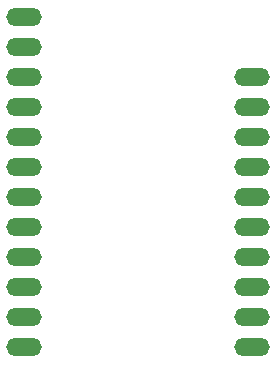
<source format=gbr>
%TF.GenerationSoftware,KiCad,Pcbnew,9.0.3*%
%TF.CreationDate,2025-08-31T00:01:55+09:00*%
%TF.ProjectId,dash,64617368-2e6b-4696-9361-645f70636258,rev?*%
%TF.SameCoordinates,Original*%
%TF.FileFunction,Soldermask,Top*%
%TF.FilePolarity,Negative*%
%FSLAX46Y46*%
G04 Gerber Fmt 4.6, Leading zero omitted, Abs format (unit mm)*
G04 Created by KiCad (PCBNEW 9.0.3) date 2025-08-31 00:01:55*
%MOMM*%
%LPD*%
G01*
G04 APERTURE LIST*
%ADD10O,3.000000X1.500000*%
G04 APERTURE END LIST*
D10*
%TO.C,U1*%
X165610000Y-67380000D03*
X165610000Y-69920000D03*
X165610000Y-72460000D03*
X165610000Y-75000000D03*
X165610000Y-77540000D03*
X165610000Y-80080000D03*
X165610000Y-82620000D03*
X165610000Y-85160000D03*
X165610000Y-87700000D03*
X165610000Y-90240000D03*
X165610000Y-92780000D03*
X165610000Y-95320000D03*
X184890000Y-95320000D03*
X184890000Y-92780000D03*
X184890000Y-90240000D03*
X184890000Y-87700000D03*
X184890000Y-85160000D03*
X184890000Y-82620000D03*
X184890000Y-80080000D03*
X184890000Y-77540000D03*
X184890000Y-75000000D03*
X184890000Y-72460000D03*
%TD*%
M02*

</source>
